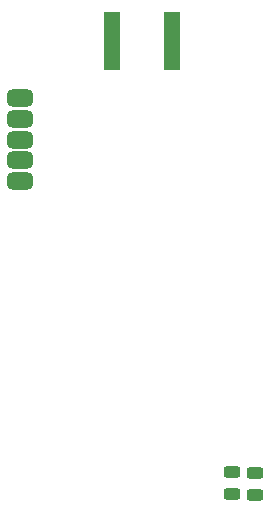
<source format=gbr>
%TF.GenerationSoftware,KiCad,Pcbnew,8.0.0*%
%TF.CreationDate,2024-03-28T21:59:47-07:00*%
%TF.ProjectId,lyrav3r1,6c797261-7633-4723-912e-6b696361645f,rev?*%
%TF.SameCoordinates,Original*%
%TF.FileFunction,Paste,Top*%
%TF.FilePolarity,Positive*%
%FSLAX46Y46*%
G04 Gerber Fmt 4.6, Leading zero omitted, Abs format (unit mm)*
G04 Created by KiCad (PCBNEW 8.0.0) date 2024-03-28 21:59:47*
%MOMM*%
%LPD*%
G01*
G04 APERTURE LIST*
G04 Aperture macros list*
%AMRoundRect*
0 Rectangle with rounded corners*
0 $1 Rounding radius*
0 $2 $3 $4 $5 $6 $7 $8 $9 X,Y pos of 4 corners*
0 Add a 4 corners polygon primitive as box body*
4,1,4,$2,$3,$4,$5,$6,$7,$8,$9,$2,$3,0*
0 Add four circle primitives for the rounded corners*
1,1,$1+$1,$2,$3*
1,1,$1+$1,$4,$5*
1,1,$1+$1,$6,$7*
1,1,$1+$1,$8,$9*
0 Add four rect primitives between the rounded corners*
20,1,$1+$1,$2,$3,$4,$5,0*
20,1,$1+$1,$4,$5,$6,$7,0*
20,1,$1+$1,$6,$7,$8,$9,0*
20,1,$1+$1,$8,$9,$2,$3,0*%
G04 Aperture macros list end*
%ADD10RoundRect,0.492126X-0.632874X-0.257874X0.632874X-0.257874X0.632874X0.257874X-0.632874X0.257874X0*%
%ADD11RoundRect,0.243750X-0.456250X0.243750X-0.456250X-0.243750X0.456250X-0.243750X0.456250X0.243750X0*%
%ADD12RoundRect,0.243750X0.456250X-0.243750X0.456250X0.243750X-0.456250X0.243750X-0.456250X-0.243750X0*%
%ADD13R,1.400000X5.000000*%
G04 APERTURE END LIST*
D10*
%TO.C,J5*%
X1820000Y40516200D03*
X1820000Y42266200D03*
X1820000Y44016200D03*
X1820000Y45766200D03*
X1820000Y47516200D03*
%TD*%
D11*
%TO.C,D2*%
X21733600Y15814300D03*
X21733600Y13939300D03*
%TD*%
D12*
%TO.C,D3*%
X19752400Y13987500D03*
X19752400Y15862500D03*
%TD*%
D13*
%TO.C,AE3*%
X14700000Y52365000D03*
X9600000Y52365000D03*
%TD*%
M02*

</source>
